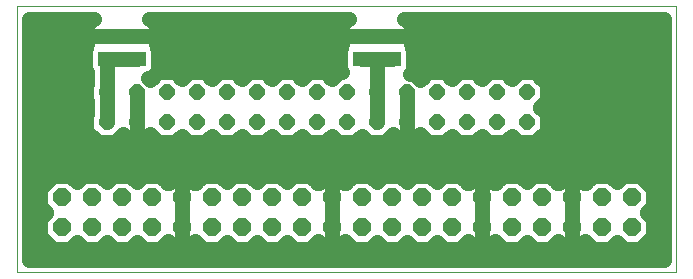
<source format=gbr>
G75*
%MOIN*%
%OFA0B0*%
%FSLAX24Y24*%
%IPPOS*%
%LPD*%
%AMOC8*
5,1,8,0,0,1.08239X$1,22.5*
%
%ADD10C,0.0000*%
%ADD11OC8,0.0600*%
%ADD12OC8,0.0515*%
%ADD13R,0.0591X0.0512*%
%ADD14C,0.0500*%
%ADD15OC8,0.0396*%
%ADD16C,0.0400*%
D10*
X000850Y000350D02*
X000850Y009220D01*
X022842Y009220D01*
X022842Y000350D01*
X000850Y000350D01*
D11*
X002350Y001850D03*
X002350Y002850D03*
X003350Y002850D03*
X003350Y001850D03*
X004350Y001850D03*
X004350Y002850D03*
X005350Y002850D03*
X005350Y001850D03*
X006350Y001850D03*
X006350Y002850D03*
X007350Y002850D03*
X007350Y001850D03*
X008350Y001850D03*
X008350Y002850D03*
X009350Y002850D03*
X009350Y001850D03*
X010350Y001850D03*
X010350Y002850D03*
X011350Y002850D03*
X011350Y001850D03*
X012350Y001850D03*
X012350Y002850D03*
X013350Y002850D03*
X013350Y001850D03*
X014350Y001850D03*
X014350Y002850D03*
X015350Y002850D03*
X015350Y001850D03*
X016350Y001850D03*
X016350Y002850D03*
X017350Y002850D03*
X017350Y001850D03*
X018350Y001850D03*
X018350Y002850D03*
X019350Y002850D03*
X019350Y001850D03*
X020350Y001850D03*
X020350Y002850D03*
X021350Y002850D03*
X021350Y001850D03*
D12*
X017850Y005350D03*
X016850Y005350D03*
X015850Y005350D03*
X014850Y005350D03*
X014850Y006350D03*
X015850Y006350D03*
X016850Y006350D03*
X017850Y006350D03*
X013850Y006350D03*
X012850Y006350D03*
X011850Y006350D03*
X011850Y005350D03*
X012850Y005350D03*
X013850Y005350D03*
X010850Y005350D03*
X009850Y005350D03*
X008850Y005350D03*
X008850Y006350D03*
X009850Y006350D03*
X010850Y006350D03*
X007850Y006350D03*
X006850Y006350D03*
X005850Y006350D03*
X005850Y005350D03*
X006850Y005350D03*
X007850Y005350D03*
X004850Y005350D03*
X003850Y005350D03*
X003850Y006350D03*
X004850Y006350D03*
D13*
X004850Y007476D03*
X004850Y008224D03*
X003850Y008224D03*
X003850Y007476D03*
X012350Y007476D03*
X012350Y008224D03*
X013350Y008224D03*
X013350Y007476D03*
D14*
X012350Y007476D01*
X012724Y007476D01*
X012850Y007350D01*
X012850Y006350D01*
X012850Y005350D01*
X012350Y004906D02*
X012574Y004683D01*
X013126Y004683D01*
X013392Y004948D01*
X013598Y004743D01*
X013850Y004743D01*
X014102Y004743D01*
X014308Y004948D01*
X014574Y004683D01*
X015126Y004683D01*
X015350Y004906D01*
X015574Y004683D01*
X016126Y004683D01*
X016350Y004906D01*
X016574Y004683D01*
X017126Y004683D01*
X017350Y004906D01*
X017574Y004683D01*
X018126Y004683D01*
X018517Y005074D01*
X018517Y005626D01*
X018294Y005850D01*
X018517Y006074D01*
X018517Y006626D01*
X018126Y007017D01*
X017574Y007017D01*
X017350Y006794D01*
X017126Y007017D01*
X016574Y007017D01*
X016350Y006794D01*
X016126Y007017D01*
X015574Y007017D01*
X015350Y006794D01*
X015126Y007017D01*
X014574Y007017D01*
X014308Y006752D01*
X014102Y006957D01*
X013963Y006957D01*
X013993Y006988D01*
X014055Y007139D01*
X014055Y007813D01*
X013995Y007958D01*
X013995Y008224D01*
X013995Y008514D01*
X013982Y008582D01*
X013955Y008646D01*
X013917Y008703D01*
X013868Y008752D01*
X013811Y008790D01*
X013763Y008810D01*
X022432Y008810D01*
X022432Y000760D01*
X001260Y000760D01*
X001260Y008810D01*
X003437Y008810D01*
X003389Y008790D01*
X003332Y008752D01*
X003283Y008703D01*
X003245Y008646D01*
X003218Y008582D01*
X003205Y008514D01*
X003205Y008224D01*
X003205Y007958D01*
X003145Y007813D01*
X003145Y007139D01*
X003190Y007029D01*
X003190Y006634D01*
X003183Y006626D01*
X003183Y006074D01*
X003190Y006066D01*
X003190Y005634D01*
X003183Y005626D01*
X003183Y005074D01*
X003574Y004683D01*
X004126Y004683D01*
X004392Y004948D01*
X004598Y004743D01*
X004850Y004743D01*
X005102Y004743D01*
X005308Y004948D01*
X005574Y004683D01*
X006126Y004683D01*
X006350Y004906D01*
X006574Y004683D01*
X007126Y004683D01*
X007350Y004906D01*
X007574Y004683D01*
X008126Y004683D01*
X008350Y004906D01*
X008574Y004683D01*
X009126Y004683D01*
X009350Y004906D01*
X009574Y004683D01*
X010126Y004683D01*
X010350Y004906D01*
X010574Y004683D01*
X011126Y004683D01*
X011350Y004906D01*
X011574Y004683D01*
X012126Y004683D01*
X012350Y004906D01*
X012280Y004837D02*
X012420Y004837D01*
X013280Y004837D02*
X013504Y004837D01*
X013850Y004837D02*
X013850Y004837D01*
X013850Y004743D02*
X013850Y005350D01*
X013850Y005350D01*
X013850Y006350D01*
X013850Y006350D01*
X013850Y005957D01*
X013850Y005350D01*
X013850Y005350D01*
X013850Y004743D01*
X014196Y004837D02*
X014420Y004837D01*
X013850Y005335D02*
X013850Y005335D01*
X013850Y005834D02*
X013850Y005834D01*
X013850Y006332D02*
X013850Y006332D01*
X014229Y006831D02*
X014387Y006831D01*
X014055Y007329D02*
X022432Y007329D01*
X022432Y006831D02*
X018313Y006831D01*
X018517Y006332D02*
X022432Y006332D01*
X022432Y005834D02*
X018310Y005834D01*
X018517Y005335D02*
X022432Y005335D01*
X022432Y004837D02*
X018280Y004837D01*
X017420Y004837D02*
X017280Y004837D01*
X016420Y004837D02*
X016280Y004837D01*
X015420Y004837D02*
X015280Y004837D01*
X015056Y003560D02*
X014850Y003354D01*
X014644Y003560D01*
X014056Y003560D01*
X013850Y003354D01*
X013644Y003560D01*
X013056Y003560D01*
X012850Y003354D01*
X012644Y003560D01*
X012056Y003560D01*
X011808Y003312D01*
X011619Y003500D01*
X011350Y003500D01*
X011350Y002850D01*
X011350Y002850D01*
X011350Y003500D01*
X011081Y003500D01*
X010892Y003312D01*
X010644Y003560D01*
X010056Y003560D01*
X009850Y003354D01*
X009644Y003560D01*
X009056Y003560D01*
X008850Y003354D01*
X008644Y003560D01*
X008056Y003560D01*
X007850Y003354D01*
X007644Y003560D01*
X007056Y003560D01*
X006808Y003312D01*
X006619Y003500D01*
X006350Y003500D01*
X006350Y002850D01*
X006350Y002850D01*
X006350Y003500D01*
X006081Y003500D01*
X005892Y003312D01*
X005644Y003560D01*
X005056Y003560D01*
X004850Y003354D01*
X004644Y003560D01*
X004056Y003560D01*
X003850Y003354D01*
X003644Y003560D01*
X003056Y003560D01*
X002850Y003354D01*
X002644Y003560D01*
X002056Y003560D01*
X001640Y003144D01*
X001640Y002556D01*
X001846Y002350D01*
X001640Y002144D01*
X001640Y001556D01*
X002056Y001140D01*
X002644Y001140D01*
X002850Y001346D01*
X003056Y001140D01*
X003644Y001140D01*
X003850Y001346D01*
X004056Y001140D01*
X004644Y001140D01*
X004850Y001346D01*
X005056Y001140D01*
X005644Y001140D01*
X005892Y001388D01*
X006081Y001200D01*
X006350Y001200D01*
X006619Y001200D01*
X006808Y001388D01*
X007056Y001140D01*
X007644Y001140D01*
X007850Y001346D01*
X008056Y001140D01*
X008644Y001140D01*
X008850Y001346D01*
X009056Y001140D01*
X009644Y001140D01*
X009850Y001346D01*
X010056Y001140D01*
X010644Y001140D01*
X010892Y001388D01*
X011081Y001200D01*
X011350Y001200D01*
X011619Y001200D01*
X011808Y001388D01*
X012056Y001140D01*
X012644Y001140D01*
X012850Y001346D01*
X013056Y001140D01*
X013644Y001140D01*
X013850Y001346D01*
X014056Y001140D01*
X014644Y001140D01*
X014850Y001346D01*
X015056Y001140D01*
X015644Y001140D01*
X015892Y001388D01*
X016081Y001200D01*
X016350Y001200D01*
X016619Y001200D01*
X016808Y001388D01*
X017056Y001140D01*
X017644Y001140D01*
X017850Y001346D01*
X018056Y001140D01*
X018644Y001140D01*
X018892Y001388D01*
X019081Y001200D01*
X019350Y001200D01*
X019619Y001200D01*
X019808Y001388D01*
X020056Y001140D01*
X020644Y001140D01*
X020850Y001346D01*
X021056Y001140D01*
X021644Y001140D01*
X022060Y001556D01*
X022060Y002144D01*
X021854Y002350D01*
X022060Y002556D01*
X022060Y003144D01*
X021644Y003560D01*
X021056Y003560D01*
X020850Y003354D01*
X020644Y003560D01*
X020056Y003560D01*
X019808Y003312D01*
X019619Y003500D01*
X019350Y003500D01*
X019350Y002850D01*
X019350Y002850D01*
X019350Y003500D01*
X019081Y003500D01*
X018892Y003312D01*
X018644Y003560D01*
X018056Y003560D01*
X017850Y003354D01*
X017644Y003560D01*
X017056Y003560D01*
X016808Y003312D01*
X016619Y003500D01*
X016350Y003500D01*
X016350Y002850D01*
X016350Y002850D01*
X016350Y003500D01*
X016081Y003500D01*
X015892Y003312D01*
X015644Y003560D01*
X015056Y003560D01*
X015863Y003341D02*
X015922Y003341D01*
X016350Y003341D02*
X016350Y003341D01*
X016778Y003341D02*
X016837Y003341D01*
X016350Y002850D02*
X016350Y002200D01*
X016350Y001850D01*
X016350Y001850D01*
X016350Y001200D01*
X016350Y001850D01*
X016350Y001850D01*
X016350Y002850D01*
X016350Y002850D01*
X016350Y002843D02*
X016350Y002843D01*
X016350Y002344D02*
X016350Y002344D01*
X016350Y001846D02*
X016350Y001846D01*
X016350Y001347D02*
X016350Y001347D01*
X016766Y001347D02*
X016849Y001347D01*
X015934Y001347D02*
X015851Y001347D01*
X018851Y001347D02*
X018934Y001347D01*
X019350Y001347D02*
X019350Y001347D01*
X019350Y001200D02*
X019350Y001850D01*
X019350Y001850D01*
X019350Y002200D01*
X019350Y002850D01*
X019350Y002850D01*
X019350Y001850D01*
X019350Y001850D01*
X019350Y001200D01*
X019766Y001347D02*
X019849Y001347D01*
X019350Y001846D02*
X019350Y001846D01*
X019350Y002344D02*
X019350Y002344D01*
X019350Y002843D02*
X019350Y002843D01*
X019350Y003341D02*
X019350Y003341D01*
X018922Y003341D02*
X018863Y003341D01*
X019778Y003341D02*
X019837Y003341D01*
X021863Y003341D02*
X022432Y003341D01*
X022432Y002843D02*
X022060Y002843D01*
X021860Y002344D02*
X022432Y002344D01*
X022432Y001846D02*
X022060Y001846D01*
X021851Y001347D02*
X022432Y001347D01*
X022432Y000849D02*
X001260Y000849D01*
X001260Y001347D02*
X001849Y001347D01*
X001640Y001846D02*
X001260Y001846D01*
X001260Y002344D02*
X001840Y002344D01*
X001640Y002843D02*
X001260Y002843D01*
X001260Y003341D02*
X001837Y003341D01*
X001260Y003840D02*
X022432Y003840D01*
X022432Y004338D02*
X001260Y004338D01*
X001260Y004837D02*
X003420Y004837D01*
X003183Y005335D02*
X001260Y005335D01*
X001260Y005834D02*
X003190Y005834D01*
X003183Y006332D02*
X001260Y006332D01*
X001260Y006831D02*
X003190Y006831D01*
X003145Y007329D02*
X001260Y007329D01*
X001260Y007828D02*
X003151Y007828D01*
X003205Y008224D02*
X003850Y008224D01*
X003850Y008224D01*
X004205Y008224D01*
X004850Y008224D01*
X004850Y008224D01*
X005495Y008224D01*
X004850Y008224D01*
X004850Y008224D01*
X003850Y008224D01*
X003850Y008224D01*
X003205Y008224D01*
X003205Y008326D02*
X001260Y008326D01*
X003850Y007476D02*
X003850Y006350D01*
X003850Y005350D01*
X004280Y004837D02*
X004504Y004837D01*
X004850Y004837D02*
X004850Y004837D01*
X004850Y004743D02*
X004850Y005350D01*
X004850Y005350D01*
X004850Y006350D01*
X004850Y006350D01*
X004850Y005957D01*
X004850Y005350D01*
X004850Y005350D01*
X004850Y004743D01*
X005196Y004837D02*
X005420Y004837D01*
X004850Y005335D02*
X004850Y005335D01*
X004850Y005834D02*
X004850Y005834D01*
X004850Y006332D02*
X004850Y006332D01*
X005308Y006752D02*
X005243Y006817D01*
X005378Y006872D01*
X005493Y006988D01*
X005555Y007139D01*
X005555Y007813D01*
X005495Y007958D01*
X005495Y008224D01*
X005495Y008514D01*
X005482Y008582D01*
X005455Y008646D01*
X005417Y008703D01*
X005368Y008752D01*
X005311Y008790D01*
X005263Y008810D01*
X011937Y008810D01*
X011889Y008790D01*
X011832Y008752D01*
X011783Y008703D01*
X011745Y008646D01*
X011718Y008582D01*
X011705Y008514D01*
X011705Y008224D01*
X011705Y007958D01*
X011645Y007813D01*
X011645Y007139D01*
X011695Y007017D01*
X011574Y007017D01*
X011350Y006794D01*
X011126Y007017D01*
X010574Y007017D01*
X010350Y006794D01*
X010126Y007017D01*
X009574Y007017D01*
X009350Y006794D01*
X009126Y007017D01*
X008574Y007017D01*
X008350Y006794D01*
X008126Y007017D01*
X007574Y007017D01*
X007350Y006794D01*
X007126Y007017D01*
X006574Y007017D01*
X006350Y006794D01*
X006126Y007017D01*
X005574Y007017D01*
X005308Y006752D01*
X005276Y006831D02*
X005387Y006831D01*
X005555Y007329D02*
X011645Y007329D01*
X011651Y007828D02*
X005549Y007828D01*
X005495Y008326D02*
X011705Y008326D01*
X011705Y008224D02*
X012350Y008224D01*
X012350Y008224D01*
X013350Y008224D01*
X013350Y008224D01*
X013995Y008224D01*
X013350Y008224D01*
X013350Y008224D01*
X012995Y008224D01*
X012350Y008224D01*
X011705Y008224D01*
X012350Y008224D02*
X012350Y008224D01*
X011387Y006831D02*
X011313Y006831D01*
X010387Y006831D02*
X010313Y006831D01*
X009387Y006831D02*
X009313Y006831D01*
X008387Y006831D02*
X008313Y006831D01*
X007387Y006831D02*
X007313Y006831D01*
X006387Y006831D02*
X006313Y006831D01*
X004850Y007476D02*
X003850Y007476D01*
X006280Y004837D02*
X006420Y004837D01*
X007280Y004837D02*
X007420Y004837D01*
X008280Y004837D02*
X008420Y004837D01*
X009280Y004837D02*
X009420Y004837D01*
X010280Y004837D02*
X010420Y004837D01*
X011280Y004837D02*
X011420Y004837D01*
X011350Y003341D02*
X011350Y003341D01*
X010922Y003341D02*
X010863Y003341D01*
X011350Y002850D02*
X011350Y002850D01*
X011350Y002500D01*
X011350Y001850D01*
X011350Y001850D01*
X011350Y001200D01*
X011350Y001850D01*
X011350Y001850D01*
X011350Y002850D01*
X011350Y002843D02*
X011350Y002843D01*
X011350Y002344D02*
X011350Y002344D01*
X011350Y001846D02*
X011350Y001846D01*
X011350Y001347D02*
X011350Y001347D01*
X010934Y001347D02*
X010851Y001347D01*
X011766Y001347D02*
X011849Y001347D01*
X011837Y003341D02*
X011778Y003341D01*
X015313Y006831D02*
X015387Y006831D01*
X016313Y006831D02*
X016387Y006831D01*
X017313Y006831D02*
X017387Y006831D01*
X014049Y007828D02*
X022432Y007828D01*
X022432Y008326D02*
X013995Y008326D01*
X006837Y003341D02*
X006778Y003341D01*
X006350Y003341D02*
X006350Y003341D01*
X005922Y003341D02*
X005863Y003341D01*
X006350Y002850D02*
X006350Y002850D01*
X006350Y002200D01*
X006350Y001850D01*
X006350Y001850D01*
X006350Y001200D01*
X006350Y001850D01*
X006350Y001850D01*
X006350Y002850D01*
X006350Y002843D02*
X006350Y002843D01*
X006350Y002344D02*
X006350Y002344D01*
X006350Y001846D02*
X006350Y001846D01*
X006350Y001347D02*
X006350Y001347D01*
X006766Y001347D02*
X006849Y001347D01*
X005934Y001347D02*
X005851Y001347D01*
D15*
X001850Y003850D03*
X002350Y005350D03*
X002350Y006850D03*
X002350Y008350D03*
X005850Y007350D03*
X007850Y007350D03*
X009850Y007350D03*
X011350Y007350D03*
X021350Y006850D03*
X021350Y005350D03*
X022100Y004100D03*
X021350Y008350D03*
D16*
X005850Y008100D02*
X005850Y007350D01*
X005850Y008100D02*
X005726Y008224D01*
X004850Y008224D01*
M02*

</source>
